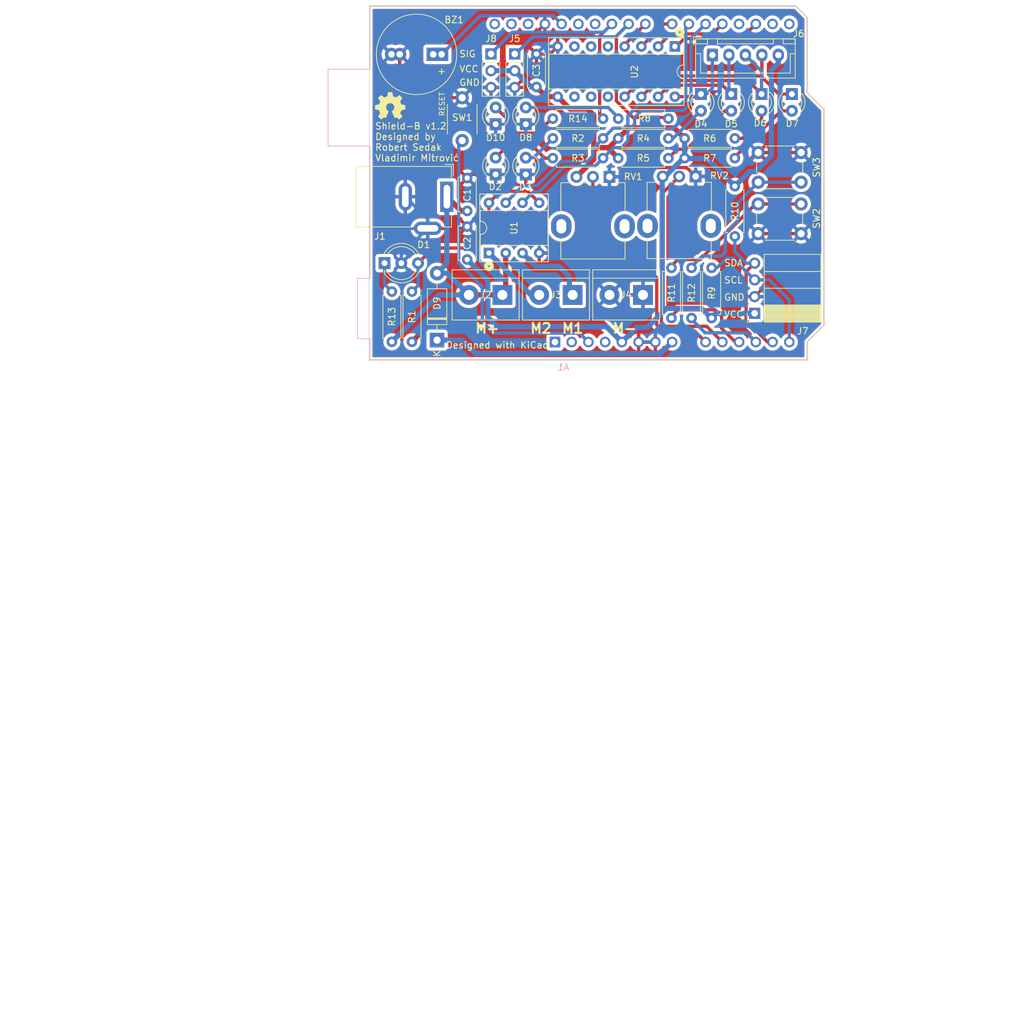
<source format=kicad_pcb>
(kicad_pcb (version 20211014) (generator pcbnew)
  (title_block (title "Shield-B") (date "2022-10-23") (rev "1.2") (company "Designed by Robert Sedak, Vladimir Mitrović") (comment 1 "License: CC-BY-SA 4.0") (comment 4 "Shield for Arduino Uno"))
  (layers (0 "F.Cu" signal) (31 "B.Cu" signal) (34 "B.Paste" user) (35 "F.Paste" user) (36 "B.SilkS" user "B.Silkscreen") (37 "F.SilkS" user "F.Silkscreen") (38 "B.Mask" user) (39 "F.Mask" user) (44 "Edge.Cuts" user))
  (net 0 "")
  (net 3 "Net-(A1-Pad3)")
  (net 5 "5V")
  (net 6 "GND")
  (net 7 "VIN")
  (net 8 "A0")
  (net 9 "A1")
  (net 10 "Net-(A1-Pad11)")
  (net 11 "Net-(A1-Pad12)")
  (net 12 "SDA")
  (net 13 "SCL")
  (net 16 "D2")
  (net 18 "D4")
  (net 19 "D5")
  (net 20 "D6")
  (net 21 "D7")
  (net 22 "D8")
  (net 23 "D9")
  (net 24 "D10")
  (net 27 "Net-(A1-Pad28)")
  (net 31 "Net-(C1-Pad1)")
  (net 32 "Net-(D1-Pad1)")
  (net 33 "Net-(D1-Pad3)")
  (net 34 "Net-(D2-Pad2)")
  (net 35 "Net-(D3-Pad2)")
  (net 36 "Net-(D4-Pad1)")
  (net 37 "Net-(D4-Pad2)")
  (net 38 "Net-(D5-Pad2)")
  (net 39 "Net-(D6-Pad2)")
  (net 40 "Net-(D7-Pad2)")
  (net 41 "Net-(D8-Pad2)")
  (net 42 "Net-(J3-Pad1)")
  (net 43 "Net-(J3-Pad2)")
  (net 44 "Net-(D5-Pad1)")
  (net 45 "Net-(D7-Pad1)")
  (net 46 "Net-(D6-Pad1)")
  (net 47 "Net-(R11-Pad2)")
  (net 48 "Net-(R12-Pad2)")
  (net 55 "Net-(D10-Pad2)")
  (footprint "Package_DIP:DIP-8_W7.62mm_Socket" (layer "F.Cu") (at 88.392 79.492 90)
    (fp_text reference "U1")
    (fp_text value "L272M")
  )
  (footprint "Resistor_THT:R_Axial_DIN0207_L6.3mm_D2.5mm_P7.62mm_Horizontal" (layer "F.Cu") (at 108 62.1)
    (fp_text reference "R4")
    (fp_text value "1K")
  )
  (footprint "Package_DIP:DIP-16_W7.62mm_Socket" (layer "F.Cu") (at 116.596 48.15 -90)
    (fp_text reference "U2")
    (fp_text value "ULN2003")
  )
  (footprint "LED_THT:LED_D3.0mm" (layer "F.Cu") (at 125.15 55.375 -90)
    (fp_text reference "D5")
    (fp_text value "LED")
  )
  (footprint "Connector_PinSocket_2.54mm:PinSocket_1x04_P2.54mm_Horizontal" (layer "F.Cu") (at 128.7 88.65 180)
    (fp_text reference "J7")
    (fp_text value "Conn_01x04_Female")
  )
  (footprint "Resistor_THT:R_Axial_DIN0207_L6.3mm_D2.5mm_P7.62mm_Horizontal" (layer "F.Cu") (at 105.7 65.1 180)
    (fp_text reference "R3")
    (fp_text value "1K")
  )
  (footprint "LED_THT:LED_D3.0mm" (layer "F.Cu") (at 93.98 59.949 90)
    (fp_text reference "D8")
    (fp_text value "LED")
  )
  (footprint "Resistor_THT:R_Axial_DIN0207_L6.3mm_D2.5mm_P7.62mm_Horizontal" (layer "F.Cu") (at 118.08 65.1)
    (fp_text reference "R7")
    (fp_text value "1K")
  )
  (footprint "LED_THT:LED_D3.0mm" (layer "F.Cu") (at 89.408 67.564 90)
    (fp_text reference "D2")
    (fp_text value "LED")
  )
  (footprint "LED_THT:LED_D3.0mm" (layer "F.Cu") (at 89.408 59.949 90)
    (fp_text reference "D10")
    (fp_text value "LED")
  )
  (footprint "Resistor_THT:R_Axial_DIN0207_L6.3mm_D2.5mm_P7.62mm_Horizontal" (layer "F.Cu") (at 118.08 62.1)
    (fp_text reference "R6")
    (fp_text value "1K")
  )
  (footprint "TerminalBlock:TerminalBlock_bornier-2_P5.08mm" (layer "F.Cu") (at 111.76 85.85 180)
    (fp_text reference "J4")
    (fp_text value "Screw_Terminal_01x02")
  )
  (footprint "Project_Related:SW_PUSH_3x6x5mm" (layer "F.Cu") (at 84.328 59.182 90)
    (fp_text reference "SW1")
    (fp_text value "SW_Push")
  )
  (footprint "Connector_JST:JST_XH_B5B-XH-A_1x05_P2.50mm_Vertical" (layer "F.Cu") (at 122.3 49.45)
    (fp_text reference "J6")
    (fp_text value "Conn_01x05_Male")
  )
  (footprint "Capacitor_THT:C_Disc_D5.0mm_W2.5mm_P5.00mm" (layer "F.Cu") (at 85.09 73.112 90)
    (fp_text reference "C1")
    (fp_text value "100nF")
  )
  (footprint "Capacitor_THT:C_Disc_D5.0mm_W2.5mm_P5.00mm" (layer "F.Cu") (at 95.6 49.3 -90)
    (fp_text reference "C3")
    (fp_text value "100nF")
  )
  (footprint "Capacitor_THT:C_Disc_D5.0mm_W2.5mm_P5.00mm" (layer "F.Cu") (at 85.09 80.478 90)
    (fp_text reference "C2")
    (fp_text value "100nF")
  )
  (footprint "Resistor_THT:R_Axial_DIN0207_L6.3mm_D2.5mm_P7.62mm_Horizontal" (layer "F.Cu") (at 76.708 92.964 90)
    (fp_text reference "R1")
    (fp_text value "1,5K")
  )
  (footprint "Button_Switch_THT:SW_PUSH_6mm" (layer "F.Cu") (at 135.75 68.75 180)
    (fp_text reference "SW3")
    (fp_text value "SW_Push")
  )
  (footprint "Button_Switch_THT:SW_PUSH_6mm" (layer "F.Cu") (at 129.25 72.05)
    (fp_text reference "SW2")
    (fp_text value "SW_Push")
  )
  (footprint "Project_Related:Potentiometer_Alpha_RV09ACF-40_Single_Vertical" (layer "F.Cu") (at 106.666 67.938 -90)
    (fp_text reference "RV1")
    (fp_text value "10K")
  )
  (footprint "Resistor_THT:R_Axial_DIN0207_L6.3mm_D2.5mm_P7.62mm_Horizontal" (layer "F.Cu") (at 105.7 62.1 180)
    (fp_text reference "R2")
    (fp_text value "1K")
  )
  (footprint "TerminalBlock:TerminalBlock_bornier-2_P5.08mm" (layer "F.Cu") (at 101.092 85.852 180)
    (fp_text reference "J3")
    (fp_text value "Screw_Terminal_01x02")
  )
  (footprint "Diode_THT:D_DO-41_SOD81_P10.16mm_Horizontal" (layer "F.Cu") (at 80.518 92.71 90)
    (fp_text reference "D9")
    (fp_text value "1N5817")
  )
  (footprint "Resistor_THT:R_Axial_DIN0207_L6.3mm_D2.5mm_P7.62mm_Horizontal" (layer "F.Cu") (at 125.7 69.35 -90)
    (fp_text reference "R10")
    (fp_text value "10K")
  )
  (footprint "Resistor_THT:R_Axial_DIN0207_L6.3mm_D2.5mm_P7.62mm_Horizontal" (layer "F.Cu") (at 108 65.1)
    (fp_text reference "R5")
    (fp_text value "1K")
  )
  (footprint "Connector_BarrelJack:BarrelJack_GCT_DCJ200-10-A_Horizontal" (layer "F.Cu") (at 82 70.95 -90)
    (fp_text reference "J1")
    (fp_text value "Barrel_Jack_Switch")
  )
  (footprint "Resistor_THT:R_Axial_DIN0207_L6.3mm_D2.5mm_P7.62mm_Horizontal" (layer "F.Cu") (at 122.174 89.36 90)
    (fp_text reference "R9")
    (fp_text value "10K")
  )
  (footprint "LED_THT:LED_D3.0mm" (layer "F.Cu") (at 134.35 55.375 -90)
    (fp_text reference "D7")
    (fp_text value "LED")
  )
  (footprint "Connector_PinHeader_2.54mm:PinHeader_1x03_P2.54mm_Vertical" (layer "F.Cu") (at 88.7 49.291)
    (fp_text reference "J8")
    (fp_text value "Conn_01x03_Male")
  )
  (footprint "Project_Related:Potentiometer_Alpha_RV09ACF-40_Single_Vertical" (layer "F.Cu") (at 119.75 67.875 -90)
    (fp_text reference "RV2")
    (fp_text value "10K")
  )
  (footprint "LED_THT:LED_D3.0mm" (layer "F.Cu") (at 129.75 55.375 -90)
    (fp_text reference "D6")
    (fp_text value "LED")
  )
  (footprint "TerminalBlock:TerminalBlock_bornier-2_P5.08mm" (layer "F.Cu") (at 90.424 85.85 180)
    (fp_text reference "J2")
    (fp_text value "Screw_Terminal_01x02")
  )
  (footprint "Resistor_THT:R_Axial_DIN0207_L6.3mm_D2.5mm_P7.62mm_Horizontal" (layer "F.Cu") (at 105.7 59.1 180)
    (fp_text reference "R14")
    (fp_text value "1K")
  )
  (footprint "Resistor_THT:R_Axial_DIN0207_L6.3mm_D2.5mm_P7.62mm_Horizontal" (layer "F.Cu") (at 73.66 92.964 90)
    (fp_text reference "R13")
    (fp_text value "1,5K")
  )
  (footprint "LED_THT:LED_D3.0mm" (layer "F.Cu") (at 93.98 67.569 90)
    (fp_text reference "D3")
    (fp_text value "LED")
  )
  (footprint "LED_THT:LED_D5.0mm-3" (layer "F.Cu") (at 72.55 81.026)
    (fp_text reference "D1")
    (fp_text value "LED_Dual_AKA")
  )
  (footprint "Resistor_THT:R_Axial_DIN0207_L6.3mm_D2.5mm_P7.62mm_Horizontal" (layer "F.Cu") (at 108 59.1)
    (fp_text reference "R8")
    (fp_text value "1K")
  )
  (footprint "Project_Related:Buzzer_12x9.5RM7.6_5" (layer "F.Cu") (at 81.2 49.35 180)
    (fp_text reference "BZ1")
    (fp_text value "Buzzer")
  )
  (footprint "Resistor_THT:R_Axial_DIN0207_L6.3mm_D2.5mm_P7.62mm_Horizontal" (layer "F.Cu") (at 116.078 89.36 90)
    (fp_text reference "R11")
    (fp_text value "100R")
  )
  (footprint "Resistor_THT:R_Axial_DIN0207_L6.3mm_D2.5mm_P7.62mm_Horizontal" (layer "F.Cu") (at 119.126 89.36 90)
    (fp_text reference "R12")
    (fp_text value "100R")
  )
  (footprint "LED_THT:LED_D3.0mm" (layer "F.Cu") (at 120.55 55.375 -90)
    (fp_text reference "D4")
    (fp_text value "LED")
  )
  (footprint "Connector_PinHeader_2.54mm:PinHeader_1x03_P2.54mm_Vertical" (layer "F.Cu") (at 92.3 49.291)
    (fp_text reference "J5")
    (fp_text value "Conn_01x03_Male")
  )
  (footprint "Project_Related:OSHW-Logo_6x6mm_SilkScreen" (layer "F.Cu") (at 73.406 57.846686)
    (fp_text reference "OSHW Logo" hide)
    (fp_text value "OSHW-Logo_6x6mm_SilkScreen" hide)
  )
  (footprint "Module:Arduino_UNO_R3" (layer "B.Cu") (at 98.4 93)
    (fp_text reference "A1")
    (fp_text value "Arduino_UNO_R3")
  )
  (gr_circle (center 117.348 45.974) (end 117.489421 45.974) (layer "F.SilkS") (width 0.6) (fill none))
  (gr_circle (center 88.392 81.5) (end 88.533421 81.5) (layer "F.SilkS") (width 0.6) (fill none))
  (gr_line (start 136.75 93) (end 136.75 95.8) (layer "Edge.Cuts") (width 0.1))
  (gr_line (start 139.3 90.45) (end 136.75 93) (layer "Edge.Cuts") (width 0.1))
  (gr_line (start 136.75 55.15) (end 139.3 57.7) (layer "Edge.Cuts") (width 0.1))
  (gr_line (start 70.25 41.95) (end 134.95 41.95) (layer "Edge.Cuts") (width 0.1))
  (gr_line (start 136.75 43.75) (end 136.75 55.15) (layer "Edge.Cuts") (width 0.1))
  (gr_line (start 134.95 41.95) (end 136.75 43.75) (layer "Edge.Cuts") (width 0.1))
  (gr_line (start 70.2 95.8) (end 70.25 41.95) (layer "Edge.Cuts") (width 0.1))
  (gr_line (start 136.75 95.8) (end 70.2 95.8) (layer "Edge.Cuts") (width 0.1))
  (gr_line (start 139.3 57.7) (end 139.3 90.45) (layer "Edge.Cuts") (width 0.1))
  (gr_text "M1" (at 101.092 90.932) (layer "F.SilkS") (effects (font (size 1.5 1.5) (thickness 0.3))))
  (gr_text "SDA" (at 124 81) (layer "F.SilkS") (effects (font (size 1 1)) (justify left)))
  (gr_text "RESET" (at 81.28 56.896 90) (layer "F.SilkS") (effects (font (size 0.8 0.8) (thickness 0.12))))
  (gr_text "M+" (at 88.138 90.932) (layer "F.SilkS") (effects (font (size 1.5 1.5) (thickness 0.3))))
  (gr_text "VCC" (at 83.82 51.562) (layer "F.SilkS") (effects (font (size 1 1)) (justify left)))
  (gr_text "Shield-B v1.2\nDesigned by\nRobert Sedak\nVladimir Mitrović" (at 71.05 62.65) (layer "F.SilkS") (effects (font (size 1 1)) (justify left)))
  (gr_text "SCL\n" (at 124 83.6) (layer "F.SilkS") (effects (font (size 1 1)) (justify left)))
  (gr_text "Designed with KiCad" (at 89.662 93.472) (layer "F.SilkS") (effects (font (size 1 1))))
  (gr_text "M-" (at 108.966 90.932) (layer "F.SilkS") (effects (font (size 1.5 1.5) (thickness 0.3))))
  (gr_text "M2" (at 96.266 90.932) (layer "F.SilkS") (effects (font (size 1.5 1.5) (thickness 0.3))))
  (gr_text "VCC" (at 124 88.8) (layer "F.SilkS") (effects (font (size 1 1)) (justify left)))
  (gr_text "GND" (at 83.82 53.614) (layer "F.SilkS") (effects (font (size 1 1)) (justify left)))
  (gr_text "GND" (at 124 86.2) (layer "F.SilkS") (effects (font (size 1 1)) (justify left)))
  (gr_text "SIG" (at 83.82 49.276) (layer "F.SilkS") (effects (font (size 1 1)) (justify left)))
  (segment (start 87.376 84.582) (end 83.8 81.006) (width 0.5) (layer "B.Cu") (net 3))
  (segment (start 83.8 63.012) (end 84.38 62.432) (width 0.5) (layer "B.Cu") (net 3))
  (segment (start 103.48 93) (end 102.13 91.65) (width 0.5) (layer "B.Cu") (net 3))
  (segment (start 102.13 91.65) (end 89.1 91.65) (width 0.5) (layer "B.Cu") (net 3))
  (segment (start 87.376 89.926) (end 89.1 91.65) (width 0.5) (layer "B.Cu") (net 3))
  (segment (start 87.376 84.582) (end 87.376 89.926) (width 0.5) (layer "B.Cu") (net 3))
  (segment (start 83.8 81.006) (end 83.8 63.012) (width 0.5) (layer "B.Cu") (net 3))
  (segment (start 104.394 63.5) (end 106.4 63.5) (width 0.8) (layer "F.Cu") (net 5))
  (segment (start 104.3 63.406) (end 104.394 63.5) (width 0.8) (layer "F.Cu") (net 5))
  (segment (start 100.704 57.658) (end 103.378 57.658) (width 0.8) (layer "F.Cu") (net 5))
  (segment (start 104.3 65.304) (end 104.3 63.975) (width 0.8) (layer "F.Cu") (net 5))
  (segment (start 108 62.1) (end 106.6 63.5) (width 0.8) (layer "F.Cu") (net 5))
  (segment (start 109.6 60.5) (end 108 62.1) (width 0.8) (layer "F.Cu") (net 5))
  (segment (start 104.3 63.406) (end 104.3 63.975) (width 0.8) (layer "F.Cu") (net 5))
  (segment (start 103.378 57.658) (end 104.3 58.58) (width 0.8) (layer "F.Cu") (net 5))
  (segment (start 106.6 63.5) (end 104.775 63.5) (width 0.8) (layer "F.Cu") (net 5))
  (segment (start 104.775 63.5) (end 104.3 63.975) (width 0.8) (layer "F.Cu") (net 5))
  (segment (start 79.756 89.916) (end 76.708 92.964) (width 0.8) (layer "F.Cu") (net 5))
  (segment (start 97.07 55.77) (end 95.6 54.3) (width 0.8) (layer "F.Cu") (net 5))
  (segment (start 103.818 65.786) (end 101.666 67.938) (width 0.8) (layer "F.Cu") (net 5))
  (segment (start 98.816 55.77) (end 100.704 57.658) (width 0.8) (layer "F.Cu") (net 5))
  (segment (start 106.4 63.5) (end 108 65.1) (width 0.8) (layer "F.Cu") (net 5))
  (segment (start 101.666 67.938) (end 104.3 65.304) (width 0.8) (layer "F.Cu") (net 5))
  (segment (start 118.08 62.1) (end 116.48 60.5) (width 0.8) (layer "F.Cu") (net 5))
  (segment (start 108.56 93) (end 105.476 89.916) (width 0.8) (layer "F.Cu") (net 5))
  (segment (start 98.816 55.77) (end 97.07 55.77) (width 0.8) (layer "F.Cu") (net 5))
  (segment (start 116.48 60.5) (end 109.6 60.5) (width 0.8) (layer "F.Cu") (net 5))
  (segment (start 104.3 58.58) (end 104.3 63.406) (width 0.8) (layer "F.Cu") (net 5))
  (segment (start 105.476 89.916) (end 79.756 89.916) (width 0.8) (layer "F.Cu") (net 5))
  (segment (start 108.56 93) (end 106.238 90.678) (width 0.8) (layer "B.Cu") (net 5))
  (segment (start 125.7 69.35) (end 121.5 65.15) (width 0.8) (layer "B.Cu") (net 5))
  (segment (start 122.81 88.65) (end 122.1 89.36) (width 0.8) (layer "B.Cu") (net 5))
  (segment (start 114.75 67.875) (end 115.125 67.875) (width 0.8) (layer "B.Cu") (net 5))
  (segment (start 114.678 88.541022) (end 114.678 67.947) (width 0.8) (layer "B.Cu") (net 5))
  (segment (start 115.125 67.875) (end 117.85 65.15) (width 0.8) (layer "B.Cu") (net 5))
  (segment (start 95.6 54.3) (end 94.769 54.3) (width 0.8) (layer "B.Cu") (net 5))
  (segment (start 106.238 90.678) (end 89.662 90.678) (width 0.8) (layer "B.Cu") (net 5))
  (segment (start 112.459511 90.759511) (end 114.309511 88.909511) (width 0.8) (layer "B.Cu") (net 5))
  (segment (start 108.56 93) (end 110.800489 90.759511) (width 0.8) (layer "B.Cu") (net 5))
  (segment (start 121.5 65.15) (end 117.85 65.15) (width 0.8) (layer "B.Cu") (net 5))
  (segment (start 114.309511 88.909511) (end 114.678 88.541022) (width 0.8) (layer "B.Cu") (net 5))
  (segment (start 120.64 87.9) (end 115.319022 87.9) (width 0.8) (layer "B.Cu") (net 5))
  (segment (start 132.3 50.699022) (end 131.249511 51.749511) (width 0.8) (layer "B.Cu") (net 5))
  (segment (start 125.7 69.35) (end 127.9 67.15) (width 0.8) (layer "B.Cu") (net 5))
  (segment (start 131.249511 51.749511) (end 131.249511 64.700489) (width 0.8) (layer "B.Cu") (net 5))
  (segment (start 88.226 83.614) (end 85.09 80.478) (width 0.8) (layer "B.Cu") (net 5))
  (segment (start 128.7 88.65) (end 122.81 88.65) (width 0.8) (layer "B.Cu") (net 5))
  (segment (start 88.7 51.831) (end 92.3 51.831) (width 0.8) (layer "B.Cu") (net 5))
  (segment (start 88.226 89.242) (end 88.226 83.614) (width 0.8) (layer "B.Cu") (net 5))
  (segment (start 120.64 87.9) (end 122.1 89.36) (width 0.8) (layer "B.Cu") (net 5))
  (segment (start 114.678 67.947) (end 114.75 67.875) (width 0.8) (layer "B.Cu") (net 5))
  (segment (start 127.9 67.15) (end 128.8 67.15) (width 0.8) (layer "B.Cu") (net 5))
  (segment (start 110.800489 90.759511) (end 112.459511 90.759511) (width 0.8) (layer "B.Cu") (net 5))
  (segment (start 118.08 62.1) (end 118.08 65.1) (width 0.8) (layer "B.Cu") (net 5))
  (segment (start 132.3 49.45) (end 132.3 50.699022) (width 0.8) (layer "B.Cu") (net 5))
  (segment (start 94.769 54.3) (end 92.3 51.831) (width 0.8) (layer "B.Cu") (net 5))
  (segment (start 115.319022 87.9) (end 114.309511 88.909511) (width 0.8) (layer "B.Cu") (net 5))
  (segment (start 128.8 67.15) (end 131.249511 64.700489) (width 0.8) (layer "B.Cu") (net 5))
  (segment (start 89.662 90.678) (end 88.226 89.242) (width 0.8) (layer "B.Cu") (net 5))
  (segment (start 109.22 84.836) (end 109.22 85.598) (width 0.5) (layer "F.Cu") (net 6))
  (segment (start 137.706418 74.593582) (end 137.706418 66.206418) (width 0.5) (layer "F.Cu") (net 6))
  (segment (start 77.699511 46.500489) (end 74.85 49.35) (width 0.5) (layer "F.Cu") (net 6))
  (segment (start 108.458 84.074) (end 109.22 84.836) (width 0.5) (layer "F.Cu") (net 6))
  (segment (start 129.25 64.25) (end 129.032233 64.25) (width 0.5) (layer "F.Cu") (net 6))
  (segment (start 110.004511 66.525489) (end 118.400489 66.525489) (width 0.5) (layer "F.Cu") (net 6))
  (segment (start 130.25 77.55) (end 129.25 76.55) (width 0.5) (layer "F.Cu") (net 6))
  (segment (start 92.3 54.371) (end 85.889 54.371) (width 0.5) (layer "F.Cu") (net 6))
  (segment (start 92.3 54.371) (end 95.6 51.071) (width 0.5) (layer "F.Cu") (net 6))
  (segment (start 84.582 55.932) (end 75.732 55.932) (width 0.5) (layer "F.Cu") (net 6))
  (segment (start 84.034 67.056) (end 77.856 67.056) (width 0.5) (layer "F.Cu") (net 6))
  (segment (start 108.456 84.074) (end 108.458 84.074) (width 0.5) (layer "F.Cu") (net 6))
  (segment (start 96.012 79.492) (end 99.752 79.492) (width 0.5) (layer "F.Cu") (net 6))
  (segment (start 135.75 64.25) (end 129.25 64.25) (width 0.5) (layer "F.Cu") (net 6))
  (segment (start 75.732 55.932) (end 75.7 55.9) (width 0.5) (layer "F.Cu") (net 6))
  (segment (start 111.1 90.068) (end 111.76 89.408) (width 0.5) (layer "F.Cu") (net 6))
  (segment (start 77.856 67.056) (end 76.901 66.101) (width 0.5) (layer "F.Cu") (net 6))
  (segment (start 106.666 67.938) (end 108.592 67.938) (width 0.5) (layer "F.Cu") (net 6))
  (segment (start 92.456 54.371) (end 88.646 54.371) (width 0.5) (layer "F.Cu") (net 6))
  (segment (start 137.706418 66.206418) (end 135.75 64.25) (width 0.5) (layer "F.Cu") (net 6))
  (segment (start 85.889 54.371) (end 84.328 55.932) (width 0.5) (layer "F.Cu") (net 6))
  (segment (start 75.7 64.9) (end 75.7 55.9) (width 0.5) (layer "F.Cu") (net 6))
  (segment (start 109.22 85.598) (end 109.472 85.85) (width 0.5) (layer "F.Cu") (net 6))
  (segment (start 95.6 51.071) (end 95.6 49.3) (width 0.5) (layer "F.Cu") (net 6))
  (segment (start 95.119511 46.500489) (end 77.699511 46.500489) (width 0.5) (layer "F.Cu") (net 6))
  (segment (start 106.68 85.85) (end 108.456 84.074) (width 0.5) (layer "F.Cu") (net 6))
  (segment (start 84.328 55.932) (end 88.345 59.949) (width 0.5) (layer "F.Cu") (net 6))
  (segment (start 137.706418 74.593582) (end 135.75 76.55) (width 0.5) (layer "F.Cu") (net 6))
  (segment (start 130.25 84.56) (end 130.25 77.55) (width 0.5) (layer "F.Cu") (net 6))
  (segment (start 79.1 75.75) (end 84.818 75.75) (width 0.5) (layer "F.Cu") (net 6))
  (segment (start 93.98 67.569) (end 89.413 67.569) (width 0.5) (layer "F.Cu") (net 6))
  (segment (start 95.6 49.3) (end 97.666 49.3) (width 0.5) (layer "F.Cu") (net 6))
  (segment (start 96.88 44.74) (end 95.119511 46.500489) (width 0.5) (layer "F.Cu") (net 6))
  (segment (start 113.64 93) (end 111.1 93) (width 0.5) (layer "F.Cu") (net 6))
  (segment (start 111.76 85.85) (end 109.472 85.85) (width 0.5) (layer "F.Cu") (net 6))
  (segment (start 128.7 86.11) (end 130.25 84.56) (width 0.5) (layer "F.Cu") (net 6))
  (segment (start 118.400489 66.525489) (end 119.75 67.875) (width 0.5) (layer "F.Cu") (net 6))
  (segment (start 85.09 68.112) (end 84.034 67.056) (width 0.5) (layer "F.Cu") (net 6))
  (segment (start 129.032233 64.25) (end 125.407233 67.875) (width 0.5) (layer "F.Cu") (net 6))
  (segment (start 88.646 54.371) (end 85.889 54.371) (width 0.5) (layer "F.Cu") (net 6))
  (segment (start 111.1 93) (end 111.1 90.068) (width 0.5) (layer "F.Cu") (net 6))
  (segment (start 76.901 66.101) (end 75.7 64.9) (width 0.5) (layer "F.Cu") (net 6))
  (segment (start 129.25 76.55) (end 135.75 76.55) (width 0.5) (layer "F.Cu") (net 6))
  (segment (start 121.875 67.875) (end 119.75 67.875) (width 0.5) (layer "F.Cu") (net 6))
  (segment (start 100.322 79.492) (end 96.012 79.492) (width 0.5) (layer "F.Cu") (net 6))
  (segment (start 84.818 75.75) (end 85.09 75.478) (width 0.5) (layer "F.Cu") (net 6))
  (segment (start 75.7 55.9) (end 74.85 55.05) (width 0.5) (layer "F.Cu") (net 6))
  (segment (start 106.68 85.85) (end 100.322 79.492) (width 0.5) (layer "F.Cu") (net 6))
  (segment (start 97.666 49.3) (end 98.816 48.15) (width 0.5) (layer "F.Cu") (net 6))
  (segment (start 125.407233 67.875) (end 121.875 67.875) (width 0.5) (layer "F.Cu") (net 6))
  (segment (start 85.638 67.564) (end 85.09 68.112) (width 0.5) (layer "F.Cu") (net 6))
  (segment (start 111.76 85.85) (end 111.76 89.408) (width 0.5) (layer "F.Cu") (net 6))
  (segment (start 89.413 67.569) (end 89.408 67.564) (width 0.5) (layer "F.Cu") (net 6))
  (segment (start 89.408 67.564) (end 85.638 67.564) (width 0.5) (layer "F.Cu") (net 6))
  (segment (start 75.7 70.95) (end 75.7 64.9) (width 0.5) (layer "F.Cu") (net 6))
  (segment (start 74.85 49.35) (end 74.85 55.05) (width 0.5) (layer "F.Cu") (net 6))
  (segment (start 108.592 67.938) (end 110.004511 66.525489) (width 0.5) (layer "F.Cu") (net 6))
  (via (at 122.936 55.372) (size 0.8) (drill 0.4) (layers "F.Cu" "B.Cu") (net 6))
  (segment (start 89.408 59.949) (end 93.98 59.949) (width 0.5) (layer "B.Cu") (net 6))
  (segment (start 75.09 81.026) (end 75.09 79.76) (width 0.5) (layer "B.Cu") (net 6))
  (segment (start 79.1 75.75) (end 79.1 74.35) (width 0.5) (layer "B.Cu") (net 6))
  (segment (start 79.2 75.75) (end 79.1 75.75) (width 0.5) (layer "B.Cu") (net 6))
  (segment (start 75.09 79.76) (end 79.1 75.75) (width 0.5) (layer "B.Cu") (net 6))
  (segment (start 79.1 74.35) (end 75.7 70.95) (width 0.5) (layer "B.Cu") (net 6))
  (segment (start 86.36 94.742) (end 114.438 94.742) (width 0.8) (layer "B.Cu") (net 7))
  (segment (start 80.518 92.71) (end 84.328 92.71) (width 0.8) (layer "B.Cu") (net 7))
  (segment (start 84.328 92.71) (end 86.36 94.742) (width 0.8) (layer "B.Cu") (net 7))
  (segment (start 114.438 94.742) (end 116.18 93) (width 0.8) (layer "B.Cu") (net 7))
  (segment (start 119.569031 91.309031) (end 114.759031 91.309031) (width 0.5) (layer "F.Cu") (net 8))
  (segment (start 114.759031 91.309031) (end 113.850969 90.400969) (width 0.5) (layer "F.Cu") (net 8))
  (segment (start 110.425969 79.825) (end 106.975 79.825) (width 0.5) (layer "F.Cu") (net 8))
  (segment (start 113.850969 90.400969) (end 113.850969 83.25) (width 0.5) (layer "F.Cu") (net 8))
  (segment (start 104.166 67.938) (end 104.166 77.016) (width 0.5) (layer "F.Cu") (net 8))
  (segment (start 113.850969 83.25) (end 110.425969 79.825) (width 0.5) (layer "F.Cu") (net 8))
  (segment (start 121.26 93) (end 119.569031 91.309031) (width 0.5) (layer "F.Cu") (net 8))
  (segment (start 104.166 77.016) (end 104.38 77.23) (width 0.5) (layer "F.Cu") (net 8))
  (segment (start 106.975 79.825) (end 104.38 77.23) (width 0.5) (layer "F.Cu") (net 8))
  (segment (start 115.158542 90.609511) (end 121.409511 90.609511) (width 0.5) (layer "F.Cu") (net 9))
  (segment (start 117.25 67.875) (end 114.550489 70.574511) (width 0.5) (layer "F.Cu") (net 9))
  (segment (start 121.409511 90.609511) (end 123.8 93) (width 0.5) (layer "F.Cu") (net 9))
  (segment (start 114.550489 70.574511) (end 114.550489 90.001458) (width 0.5) (layer "F.Cu") (net 9))
  (segment (start 114.550489 90.001458) (end 115.158542 90.609511) (width 0.5) (layer "F.Cu") (net 9))
  (segment (start 122.692256 88.110489) (end 117.049511 88.110489) (width 0.5) (layer "F.Cu") (net 10))
  (segment (start 125.766 93) (end 123.698 90.932) (width 0.5) (layer "F.Cu") (net 10))
  (segment (start 117.049511 88.110489) (end 115.8 89.36) (width 0.5) (layer "F.Cu") (net 10))
  (segment (start 126.34 93) (end 125.766 93) (width 0.5) (layer "F.Cu") (net 10))
  (segment (start 123.698 89.116233) (end 122.692256 88.110489) (width 0.5) (layer "F.Cu") (net 10))
  (segment (start 123.698 90.932) (end 123.698 89.116233) (width 0.5) (layer "F.Cu") (net 10))
  (segment (start 127.53 91.65) (end 128.88 93) (width 0.5) (layer "B.Cu") (net 11))
  (segment (start 118.95 89.36) (end 121.19 91.6) (width 0.5) (layer "B.Cu") (net 11))
  (segment (start 127.48 91.6) (end 128.88 93) (width 0.5) (layer "B.Cu") (net 11))
  (segment (start 121.19 91.6) (end 127.48 91.6) (width 0.5) (layer "B.Cu") (net 11))
  (segment (start 127.400489 89.743413) (end 127.400489 82.329511) (width 0.5) (layer "F.Cu") (net 12))
  (segment (start 130.657076 93) (end 127.400489 89.743413) (width 0.5) (layer "F.Cu") (net 12))
  (segment (start 131.42 93) (end 130.657076 93) (width 0.5) (layer "F.Cu") (net 12))
  (segment (start 127.400489 82.329511) (end 128.7 81.03) (width 0.5) (layer "F.Cu") (net 12))
  (segment (start 125.7 76.97) (end 125.7 79.3) (width 0.5) (layer "B.Cu") (net 12))
  (segment (start 127.43 81.03) (end 128.7 81.03) (width 0.5) (layer "B.Cu") (net 12))
  (segment (start 125.7 79.3) (end 127.43 81.03) (width 0.5) (layer "B.Cu") (net 12))
  (segment (start 124.46 80.264) (end 122.984 81.74) (width 0.5) (layer "B.Cu") (net 13))
  (segment (start 122.984 81.74) (end 122.1 81.74) (width 0.5) (layer "B.Cu") (net 13))
  (segment (start 128.7 83.57) (end 130.92 83.57) (width 0.5) (layer "B.Cu") (net 13))
  (segment (start 128.7 83.57) (end 125.394 80.264) (width 0.5) (layer "B.Cu") (net 13))
  (segment (start 130.92 83.57) (end 133.96 86.61) (width 0.5) (layer "B.Cu") (net 13))
  (segment (start 125.394 80.264) (end 124.46 80.264) (width 0.5) (layer "B.Cu") (net 13))
  (segment (start 133.96 86.61) (end 133.96 93) (width 0.5) (layer "B.Cu") (net 13))
  (segment (start 118.05048 46.94952) (end 116.85 48.15) (width 0.5) (layer "F.Cu") (net 16))
  (segment (start 126.67048 46.94952) (end 128.88 44.74) (width 0.5) (layer "F.Cu") (net 16))
  (segment (start 126.67048 46.94952) (end 118.05048 46.94952) (width 0.5) (layer "F.Cu") (net 16))
  (segment (start 126.67 46.95) (end 128.88 44.74) (width 0.5) (layer "F.Cu") (net 16))
  (segment (start 115.956 46.25) (end 122.29 46.25) (width 0.5) (layer "F.Cu") (net 18))
  (segment (start 114.056 48.15) (end 115.956 46.25) (width 0.5) (layer "F.Cu") (net 18))
  (segment (start 122.29 46.25) (end 123.8 44.74) (width 0.5) (layer "F.Cu") (net 18))
  (segment (start 108.458 63.5) (end 109.474 62.484) (width 0.5) (layer "B.Cu") (net 19))
  (segment (start 111.568 57.85) (end 117.918 57.85) (width 0.5) (layer "B.Cu") (net 19))
  (segment (start 109.474 60.96) (end 110.49 59.944) (width 0.5) (layer "B.Cu") (net 19))
  (segment (start 99.906 66.294) (end 95.962283 70.237717) (width 0.5) (layer "B.Cu") (net 19))
  (segment (start 110.49 59.944) (end 110.49 58.928) (width 0.5) (layer "B.Cu") (net 19))
  (segment (start 93.472 71.872) (end 95.106283 70.237717) (width 0.5) (layer "B.Cu") (net 19))
  (segment (start 107.3 63.5) (end 108.458 63.5) (width 0.5) (layer "B.Cu") (net 19))
  (segment (start 104.506 66.294) (end 99.906 66.294) (width 0.5) (layer "B.Cu") (net 19))
  (segment (start 110.49 58.928) (end 111.568 57.85) (width 0.5) (layer "B.Cu") (net 19))
  (segment (start 105.7 65.1) (end 107.3 63.5) (width 0.5) (layer "B.Cu") (net 19))
  (segment (start 119.05 46.95) (end 121.26 44.74) (width 0.5) (layer "B.Cu") (net 19))
  (segment (start 109.474 62.484) (end 109.474 60.96) (width 0.5) (layer "B.Cu") (net 19))
  (segment (start 119.05 56.718) (end 119.05 46.95) (width 0.5) (layer "B.Cu") (net 19))
  (segment (start 117.918 57.85) (end 119.05 56.718) (width 0.5) (layer "B.Cu") (net 19))
  (segment (start 95.106283 70.237717) (end 95.962283 70.237717) (width 0.5) (layer "B.Cu") (net 19))
  (segment (start 105.7 65.1) (end 104.506 66.294) (width 0.5) (layer "B.Cu") (net 19))
  (segment (start 99.376 65.594) (end 99.364883 65.582883) (width 0.5) (layer "B.Cu") (net 20))
  (segment (start 118.25 56.3) (end 118.192 56.3) (width 0.5) (layer "B.Cu") (net 20))
  (segment (start 93.504 69.3) (end 90.932 71.872) (width 0.5) (layer "B.Cu") (net 20))
  (segment (start 104.14 63.66) (end 104.14 64.77) (width 0.5) (layer "B.Cu") (net 20))
  (segment (start 109.474 58.674) (end 109.474 59.944) (width 0.5) (layer "B.Cu") (net 20))
  (segment (start 109.474 59.944) (end 108.868 60.55) (width 0.5) (layer "B.Cu") (net 20))
  (segment (start 105.7 62.1) (end 107.25 60.55) (width 0.5) (layer "B.Cu") (net 20))
  (segment (start 118.192 56.3) (end 117.472 57.02) (width 0.5) (layer "B.Cu") (net 20))
  (segment (start 95.647767 69.3) (end 93.504 69.3) (width 0.5) (layer "B.Cu") (net 20))
  (segment (start 117.472 57.02) (end 111.128 57.02) (width 0.5) (layer "B.Cu") (net 20))
  (segment (start 118.25 45.21) (end 118.25 56.3) (width 0.5) (layer "B.Cu") (net 20))
  (segment (start 105.7 62.1) (end 104.14 63.66) (width 0.5) (layer "B.Cu") (net 20))
  (segment (start 111.128 57.02) (end 109.474 58.674) (width 0.5) (layer "B.Cu") (net 20))
  (segment (start 104.14 64.77) (end 103.316 65.594) (width 0.5) (layer "B.Cu") (net 20))
  (segment (start 107.25 60.55) (end 108.868 60.55) (width 0.5) (layer "B.Cu") (net 20))
  (segment (start 99.364883 65.582883) (end 95.647767 69.3) (width 0.5) (layer "B.Cu") (net 20))
  (segment (start 99.376 65.594) (end 103.316 65.594) (width 0.5) (layer "B.Cu") (net 20))
  (segment (start 118.72 44.74) (end 118.25 45.21) (width 0.5) (layer "B.Cu") (net 20))
  (segment (start 111.516 48.15) (end 114.926 44.74) (width 0.5) (layer "F.Cu") (net 21))
  (segment (start 114.926 44.74) (end 116.18 44.74) (width 0.5) (layer "F.Cu") (net 21))
  (segment (start 108.976 47.884) (end 112.12 44.74) (width 0.5) (layer "F.Cu") (net 22))
  (segment (start 108.976 48.15) (end 108.976 47.884) (width 0.5) (layer "F.Cu") (net 22))
  (segment (start 110.238 58.93) (end 115.62 58.93) (width 0.5) (layer "F.Cu") (net 23))
  (segment (start 107.726 46.594) (end 107.726 56.418) (width 0.5) (layer "F.Cu") (net 23))
  (segment (start 109.58 44.74) (end 107.726 46.594) (width 0.5) (layer "F.Cu") (net 23))
  (segment (start 107.726 56.418) (end 110.238 58.93) (width 0.5) (layer "F.Cu") (net 23))
  (segment (start 92.3 49.291) (end 92.441 49.291) (width 0.5) (layer "B.Cu") (net 23))
  (segment (start 92.441 49.291) (end 95.042 46.69) (width 0.5) (layer "B.Cu") (net 23))
  (segment (start 109.58 44.74) (end 107.63 46.69) (width 0.5) (layer "B.Cu") (net 23))
  (segment (start 107.63 46.69) (end 95.042 46.69) (width 0.5) (layer "B.Cu") (net 23))
  (segment (start 105.7 59.1) (end 105.7 58.93) (width 0.5) (layer "F.Cu") (net 24))
  (segment (start 105.7 58.93) (end 105.186 58.416) (width 0.5) (layer "F.Cu") (net 24))
  (segment (start 107.04 44.74) (end 105.186 46.594) (width 0.5) (layer "F.Cu") (net 24))
  (segment (start 105.186 46.594) (end 105.186 58.416) (width 0.5) (layer "F.Cu") (net 24))
  (segment (start 88.7 49.291) (end 88.7 49.237) (width 0.5) (layer "B.Cu") (net 24))
  (segment (start 88.7 49.237) (end 91.947 45.99) (width 0.5) (layer "B.Cu") (net 24))
  (segment (start 105.79 45.99) (end 91.947 45.99) (width 0.5) (layer "B.Cu") (net 24))
  (segment (start 107.04 44.74) (end 105.79 45.99) (width 0.5) (layer "B.Cu") (net 24))
  (segment (start 91.947 45.99) (end 88.646 49.291) (width 0.5) (layer "B.Cu") (net 24))
  (segment (start 87.06 43.49) (end 81.2 49.35) (width 0.5) (layer "B.Cu") (net 27))
  (segment (start 98.17 43.49) (end 87.06 43.49) (width 0.5) (layer "B.Cu") (net 27))
  (segment (start 99.42 44.74) (end 98.17 43.49) (width 0.5) (layer "B.Cu") (net 27))
  (segment (start 85.09 73.112) (end 84.162 73.112) (width 0.8) (layer "F.Cu") (net 31))
  (segment (start 90.932 84.918) (end 90 85.85) (width 0.8) (layer "F.Cu") (net 31))
  (segment (start 90.932 79.492) (end 90.932 84.918) (width 0.8) (layer "F.Cu") (net 31))
  (segment (start 84.46 85.85) (end 89.54 85.85) (width 0.8) (layer "F.Cu") (net 31))
  (segment (start 84.162 73.112) (end 82 70.95) (width 0.8) (layer "F.Cu") (net 31))
  (segment (start 85.344 85.85) (end 80.774 85.85) (width 0.8) (layer "B.Cu") (net 31))
  (segment (start 80.518 82.55) (end 82 81.068) (width 0.8) (layer "B.Cu") (net 31))
  (segment (start 73.66 92.964) (end 80.774 85.85) (width 0.8) (layer "B.Cu") (net 31))
  (segment (start 82 81.068) (end 82 70.95) (width 0.8) (layer "B.Cu") (net 31))
  (segment (start 82.044 82.55) (end 85.344 85.85) (width 0.8) (layer "B.Cu") (net 31))
  (segment (start 80.518 82.55) (end 82.044 82.55) (width 0.8) (layer "B.Cu") (net 31))
  (segment (start 72.55 81.026) (end 72.55 84.234) (width 0.5) (layer "B.Cu") (net 32))
  (segment (start 72.55 84.234) (end 73.66 85.344) (width 0.5) (layer "B.Cu") (net 32))
  (segment (start 94.244 70.104) (end 96.012 71.872) (width 0.5) (layer "F.Cu") (net 33))
  (segment (start 79.916 78.74) (end 85.598 78.74) (width 0.5) (layer "F.Cu") (net 33))
  (segment (start 90.16 70.104) (end 94.244 70.104) (width 0.5) (layer "F.Cu") (net 33))
  (segment (start 88.392 75.946) (end 88.392 71.872) (width 0.5) (layer "F.Cu") (net 33))
  (segment (start 85.598 78.74) (end 88.392 75.946) (width 0.5) (layer "F.Cu") (net 33))
  (segment (start 77.63 81.026) (end 79.916 78.74) (width 0.5) (layer "F.Cu") (net 33))
  (segment (start 88.392 71.872) (end 90.16 70.104) (width 0.5) (layer "F.Cu") (net 33))
  (segment (start 77.63 81.026) (end 77.63 84.422) (width 0.5) (layer "B.Cu") (net 33))
  (segment (start 77.63 84.422) (end 76.708 85.344) (width 0.5) (layer "B.Cu") (net 33))
  (segment (start 96.85 65.1) (end 94.996 63.246) (width 0.5) (layer "F.Cu") (net 34))
  (segment (start 94.996 63.246) (end 91.186 63.246) (width 0.5) (layer "F.Cu") (net 34))
  (segment (start 98.08 65.1) (end 96.85 65.1) (width 0.5) (layer "F.Cu") (net 34))
  (segment (start 91.186 63.246) (end 89.408 65.024) (width 0.5) (layer "F.Cu") (net 34))
  (segment (start 98.08 62.1) (end 95.457 64.723) (width 0.5) (layer "B.Cu") (net 35))
  (segment (start 95.151 65.029) (end 95.457 64.723) (width 0.5) (layer "B.Cu") (net 35))
  (segment (start 93.98 65.029) (end 95.151 65.029) (width 0.5) (layer "B.Cu") (net 35))
  (segment (start 120.155 55.77) (end 120.55 55.375) (width 0.5) (layer "F.Cu") (net 36))
  (segment (start 116.596 55.77) (end 120.155 55.77) (width 0.5) (layer "F.Cu") (net 36))
  (segment (start 120.55 55.375) (end 121.375 55.375) (width 0.5) (layer "B.Cu") (net 36))
  (segment (start 121.375 55.375) (end 122.3 54.45) (width 0.5) (layer "B.Cu") (net 36))
  (segment (start 122.3 54.45) (end 122.3 49.45) (width 0.5) (layer "B.Cu") (net 36))
  (segment (start 120.497233 57.915) (end 120.55 57.915) (width 0.5) (layer "B.Cu") (net 37))
  (segment (start 115.62 62.1) (end 116.312233 62.1) (width 0.5) (layer "B.Cu") (net 37))
  (segment (start 116.312233 62.1) (end 120.497233 57.915) (width 0.5) (layer "B.Cu") (net 37))
  (segment (start 124.203 57.915) (end 125.15 57.915) (width 0.5) (layer "F.Cu") (net 38))
  (segment (start 116.966 63.754) (end 118.364 63.754) (width 0.5) (layer "F.Cu") (net 38))
  (segment (start 115.62 65.1) (end 116.966 63.754) (width 0.5) (layer "F.Cu") (net 38))
  (segment (start 118.364 63.754) (end 124.203 57.915) (width 0.5) (layer "F.Cu") (net 38))
  (segment (start 126.876 62.1) (end 125.47 62.1) (width 0.5) (layer "F.Cu") (net 39))
  (segment (start 129.75 59.226) (end 126.876 62.1) (width 0.5) (layer "F.Cu") (net 39))
  (segment (start 129.75 57.915) (end 129.75 59.226) (width 0.5) (layer "F.Cu") (net 39))
  (segment (start 132.705 57.915) (end 134.35 57.915) (width 0.5) (layer "F.Cu") (net 40))
  (segment (start 125.47 65.15) (end 132.705 57.915) (width 0.5) (layer "F.Cu") (net 40))
  (segment (start 106.479 57.409) (end 93.98 57.409) (width 0.5) (layer "B.Cu") (net 41))
  (segment (start 108 58.93) (end 106.479 57.409) (width 0.5) (layer "B.Cu") (net 41))
  (segment (start 99.055 81.529) (end 95.509 81.529) (width 0.8) (layer "B.Cu") (net 42))
  (segment (start 100.59 83.064) (end 99.055 81.529) (width 0.8) (layer "B.Cu") (net 42))
  (segment (start 95.509 81.529) (end 93.472 79.492) (width 0.8) (layer "B.Cu") (net 42))
  (segment (start 100.59 85.85) (end 100.59 83.064) (width 0.8) (layer "B.Cu") (net 42))
  (segment (start 96.01 85.85) (end 94.75 85.85) (width 0.8) (layer "B.Cu") (net 43))
  (segment (start 96.012 85.852) (end 96.01 85.85) (width 0.8) (layer "B.Cu") (net 43))
  (segment (start 94.75 85.85) (end 88.392 79.492) (width 0.8) (layer "B.Cu") (net 43))
  (segment (start 123.800489 54.025489) (end 125.15 55.375) (width 0.5) (layer "F.Cu") (net 44))
  (segment (start 114.056 55.77) (end 115.800511 54.025489) (width 0.5) (layer "F.Cu") (net 44))
  (segment (start 115.800511 54.025489) (end 123.800489 54.025489) (width 0.5) (layer "F.Cu") (net 44))
  (segment (start 124.8 55.025) (end 125.15 55.375) (width 0.5) (layer "B.Cu") (net 44))
  (segment (start 124.8 49.45) (end 124.8 55.025) (width 0.5) (layer "B.Cu") (net 44))
  (segment (start 112.120031 52.625969) (end 129.625969 52.625969) (width 0.5) (layer "F.Cu") (net 45))
  (segment (start 129.8 52.8) (end 132.375 55.375) (width 0.5) (layer "F.Cu") (net 45))
  (segment (start 129.8 49.45) (end 129.8 52.6) (width 0.5) (layer "F.Cu") (net 45))
  (segment (start 129.625969 52.625969) (end 129.8 52.8) (width 0.5) (layer "F.Cu") (net 45))
  (segment (start 134.35 55.375) (end 132.375 55.375) (width 0.5) (layer "F.Cu") (net 45))
  (segment (start 108.976 55.77) (end 112.120031 52.625969) (width 0.5) (layer "F.Cu") (net 45))
  (segment (start 129.8 52.6) (end 129.8 52.8) (width 0.5) (layer "F.Cu") (net 45))
  (segment (start 127.700969 53.325969) (end 129.75 55.375) (width 0.5) (layer "F.Cu") (net 46))
  (segment (start 113.960031 53.325969) (end 127.700969 53.325969) (width 0.5) (layer "F.Cu") (net 46))
  (segment (start 111.516 55.77) (end 113.960031 53.325969) (width 0.5) (layer "F.Cu") (net 46))
  (segment (start 129.75 51.9) (end 127.3 49.45) (width 0.5) (layer "B.Cu") (net 46))
  (segment (start 129.75 55.375) (end 129.75 51.9) (width 0.5) (layer "B.Cu") (net 46))
  (segment (start 115.8 81.74) (end 117.049511 80.490489) (width 0.5) (layer "F.Cu") (net 47))
  (segment (start 117.049511 80.490489) (end 120.412435 80.490489) (width 0.5) (layer "F.Cu") (net 47))
  (segment (start 120.412435 80.490489) (end 128.852924 72.05) (width 0.5) (layer "F.Cu") (net 47))
  (segment (start 129.25 72.05) (end 135.75 72.05) (width 0.5) (layer "F.Cu") (net 47))
  (segment (start 128.852924 72.05) (end 129.25 72.05) (width 0.5) (layer "F.Cu") (net 47))
  (segment (start 124.25 76.44) (end 124.25 79.35) (width 0.5) (layer "B.Cu") (net 48))
  (segment (start 129.25 68.75) (end 126.19 71.81) (width 0.5) (layer "B.Cu") (net 48))
  (segment (start 123.65 79.95) (end 120.74 79.95) (width 0.5) (layer "B.Cu") (net 48))
  (segment (start 129.25 68.75) (end 135.75 68.75) (width 0.5) (layer "B.Cu") (net 48))
  (segment (start 126.19 71.81) (end 126.19 74.5) (width 0.5) (layer "B.Cu") (net 48))
  (segment (start 126.19 74.5) (end 124.25 76.44) (width 0.5) (layer "B.Cu") (net 48))
  (segment (start 120.74 79.95) (end 118.95 81.74) (width 0.5) (layer "B.Cu") (net 48))
  (segment (start 124.25 79.35) (end 123.65 79.95) (width 0.5) (layer "B.Cu") (net 48))
  (segment (start 98.08 58.93) (end 95.711 61.299) (width 0.5) (layer "F.Cu") (net 55))
  (segment (start 95.711 61.299) (end 92.63 61.299) (width 0.5) (layer "F.Cu") (net 55))
  (segment (start 92.63 61.299) (end 91.6115 60.2805) (width 0.5) (layer "F.Cu") (net 55))
  (segment (start 91.6115 59.6125) (end 91.6115 60.2805) (width 0.5) (layer "F.Cu") (net 55))
  (segment (start 89.408 57.409) (end 91.6115 59.6125) (width 0.5) (layer "F.Cu") (net 55))
  (zone (net 6) (net_name "GND") (layer "F.Cu") (connect_pads (clearance 0.508)) (min_thickness 0.254) (fill yes (thermal_gap 0.508) (thermal_bridge_width 0.508))
    (polygon (pts (xy 139.65 95.8) (xy 70.3 95.75) (xy 70.35 42.05) (xy 70.4 42.05) (xy 70.35 42.1) (xy 139.7 42)))
  )
  (zone (net 6) (net_name "GND") (layer "B.Cu") (connect_pads (clearance 0.508)) (min_thickness 0.254) (fill yes (thermal_gap 0.508) (thermal_bridge_width 0.508))
    (polygon (pts (xy 139.482348 95.733623) (xy 70.132348 95.683623) (xy 70.182348 41.983623) (xy 70.232348 41.983623) (xy 70.182348 42.033623) (xy 139.532348 41.933623)))
  )
)
</source>
